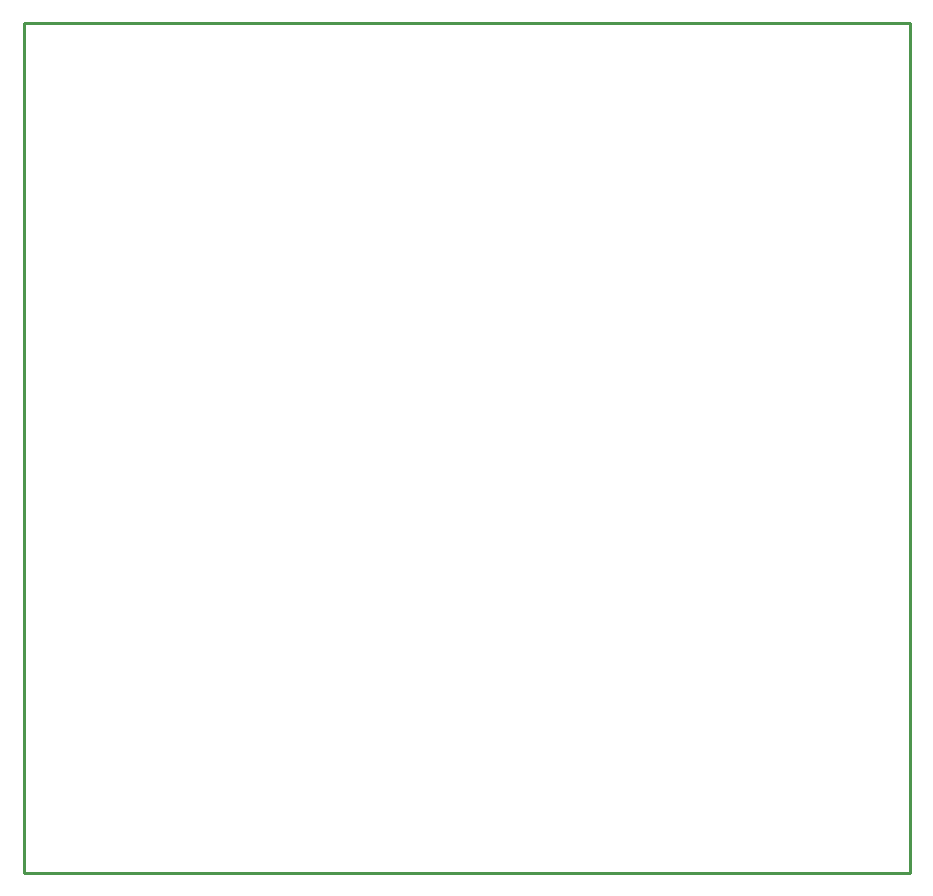
<source format=gm1>
%FSLAX42Y42*%
%MOMM*%
G71*
G01*
G75*
G04 Layer_Color=16711935*
%ADD10C,0.25*%
%ADD11C,2.00*%
%ADD12R,5.00X5.00*%
%ADD13C,3.00*%
%ADD14R,3.00X3.00*%
%ADD15C,3.50*%
%ADD16R,3.50X3.50*%
%ADD17C,2.00*%
%ADD18R,2.00X2.00*%
%ADD19R,2.00X1.60*%
%ADD20O,2.00X1.60*%
%ADD21R,2.00X2.00*%
%ADD22C,1.00*%
%ADD23C,0.60*%
%ADD24C,0.70*%
%ADD25C,0.80*%
%ADD26C,2.50*%
%ADD27R,0.95X1.00*%
%ADD28R,1.65X1.15*%
%ADD29C,0.25*%
%ADD30C,0.15*%
%ADD31C,0.15*%
%ADD32C,0.30*%
%ADD33R,5.20X5.20*%
%ADD34C,3.20*%
%ADD35R,3.20X3.20*%
%ADD36C,3.70*%
%ADD37R,3.70X3.70*%
%ADD38C,2.20*%
%ADD39R,2.20X2.20*%
%ADD40R,2.20X1.80*%
%ADD41O,2.20X1.80*%
%ADD42R,2.20X2.20*%
D10*
X0Y0D02*
Y7200D01*
X7500D01*
X0Y0D02*
X7500Y0D01*
Y7200D01*
M02*

</source>
